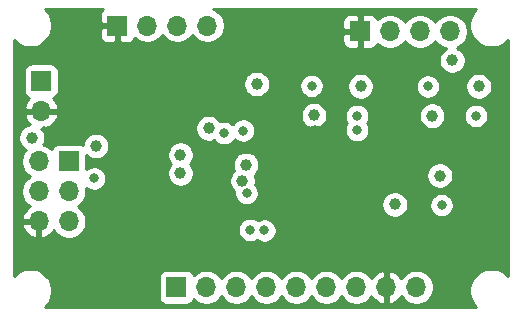
<source format=gbr>
G04 #@! TF.GenerationSoftware,KiCad,Pcbnew,(5.1.5)-3*
G04 #@! TF.CreationDate,2020-08-03T01:27:48-04:00*
G04 #@! TF.ProjectId,Arduino Clone,41726475-696e-46f2-9043-6c6f6e652e6b,rev?*
G04 #@! TF.SameCoordinates,Original*
G04 #@! TF.FileFunction,Copper,L2,Inr*
G04 #@! TF.FilePolarity,Positive*
%FSLAX46Y46*%
G04 Gerber Fmt 4.6, Leading zero omitted, Abs format (unit mm)*
G04 Created by KiCad (PCBNEW (5.1.5)-3) date 2020-08-03 01:27:48*
%MOMM*%
%LPD*%
G04 APERTURE LIST*
%ADD10O,1.700000X1.700000*%
%ADD11R,1.700000X1.700000*%
%ADD12C,1.000000*%
%ADD13C,0.800000*%
%ADD14C,0.254000*%
G04 APERTURE END LIST*
D10*
X174170000Y-104600000D03*
X171630000Y-104600000D03*
X169090000Y-104600000D03*
D11*
X166550000Y-104600000D03*
X139550000Y-108800000D03*
D10*
X139550000Y-111340000D03*
D11*
X141900000Y-115600000D03*
D10*
X139360000Y-115600000D03*
X141900000Y-118140000D03*
X139360000Y-118140000D03*
X141900000Y-120680000D03*
X139360000Y-120680000D03*
D11*
X146000000Y-104100000D03*
D10*
X148540000Y-104100000D03*
X151080000Y-104100000D03*
X153620000Y-104100000D03*
D11*
X151000000Y-126250000D03*
D10*
X153540000Y-126250000D03*
X156080000Y-126250000D03*
X158620000Y-126250000D03*
X161160000Y-126250000D03*
X163700000Y-126250000D03*
X166240000Y-126250000D03*
X168780000Y-126250000D03*
X171320000Y-126250000D03*
D12*
X169500000Y-119250000D03*
X173300000Y-116800000D03*
X176600000Y-109250000D03*
X172650000Y-111750000D03*
X166600000Y-109250000D03*
X162650000Y-111700000D03*
X162750000Y-113050000D03*
X156900000Y-115900000D03*
X151350000Y-115050000D03*
X157800000Y-109050000D03*
X156600000Y-117250000D03*
X151350000Y-116600000D03*
D13*
X156950000Y-118300000D03*
X166300000Y-112950000D03*
X166300000Y-111750000D03*
X176350000Y-111750000D03*
X155050000Y-113200000D03*
X156650000Y-113000000D03*
X162450000Y-109200000D03*
X172300000Y-109250000D03*
D12*
X144200000Y-114300000D03*
X138750000Y-113600000D03*
D13*
X158450000Y-121450000D03*
X157250000Y-121400000D03*
X144050000Y-117050000D03*
D12*
X174350000Y-107050000D03*
D13*
X173450000Y-119300000D03*
D12*
X153750000Y-112800000D03*
D14*
G36*
X144795506Y-102719463D02*
G01*
X144698815Y-102798815D01*
X144619463Y-102895506D01*
X144560498Y-103005820D01*
X144524188Y-103125518D01*
X144511928Y-103250000D01*
X144515000Y-103814250D01*
X144673750Y-103973000D01*
X145873000Y-103973000D01*
X145873000Y-103953000D01*
X146127000Y-103953000D01*
X146127000Y-103973000D01*
X146147000Y-103973000D01*
X146147000Y-104227000D01*
X146127000Y-104227000D01*
X146127000Y-105426250D01*
X146285750Y-105585000D01*
X146850000Y-105588072D01*
X146974482Y-105575812D01*
X147094180Y-105539502D01*
X147204494Y-105480537D01*
X147301185Y-105401185D01*
X147380537Y-105304494D01*
X147439502Y-105194180D01*
X147461513Y-105121620D01*
X147593368Y-105253475D01*
X147836589Y-105415990D01*
X148106842Y-105527932D01*
X148393740Y-105585000D01*
X148686260Y-105585000D01*
X148973158Y-105527932D01*
X149243411Y-105415990D01*
X149486632Y-105253475D01*
X149693475Y-105046632D01*
X149810000Y-104872240D01*
X149926525Y-105046632D01*
X150133368Y-105253475D01*
X150376589Y-105415990D01*
X150646842Y-105527932D01*
X150933740Y-105585000D01*
X151226260Y-105585000D01*
X151513158Y-105527932D01*
X151783411Y-105415990D01*
X152026632Y-105253475D01*
X152233475Y-105046632D01*
X152350000Y-104872240D01*
X152466525Y-105046632D01*
X152673368Y-105253475D01*
X152916589Y-105415990D01*
X153186842Y-105527932D01*
X153473740Y-105585000D01*
X153766260Y-105585000D01*
X154053158Y-105527932D01*
X154241303Y-105450000D01*
X165061928Y-105450000D01*
X165074188Y-105574482D01*
X165110498Y-105694180D01*
X165169463Y-105804494D01*
X165248815Y-105901185D01*
X165345506Y-105980537D01*
X165455820Y-106039502D01*
X165575518Y-106075812D01*
X165700000Y-106088072D01*
X166264250Y-106085000D01*
X166423000Y-105926250D01*
X166423000Y-104727000D01*
X165223750Y-104727000D01*
X165065000Y-104885750D01*
X165061928Y-105450000D01*
X154241303Y-105450000D01*
X154323411Y-105415990D01*
X154566632Y-105253475D01*
X154773475Y-105046632D01*
X154935990Y-104803411D01*
X155047932Y-104533158D01*
X155105000Y-104246260D01*
X155105000Y-103953740D01*
X155064474Y-103750000D01*
X165061928Y-103750000D01*
X165065000Y-104314250D01*
X165223750Y-104473000D01*
X166423000Y-104473000D01*
X166423000Y-103273750D01*
X166677000Y-103273750D01*
X166677000Y-104473000D01*
X166697000Y-104473000D01*
X166697000Y-104727000D01*
X166677000Y-104727000D01*
X166677000Y-105926250D01*
X166835750Y-106085000D01*
X167400000Y-106088072D01*
X167524482Y-106075812D01*
X167644180Y-106039502D01*
X167754494Y-105980537D01*
X167851185Y-105901185D01*
X167930537Y-105804494D01*
X167989502Y-105694180D01*
X168011513Y-105621620D01*
X168143368Y-105753475D01*
X168386589Y-105915990D01*
X168656842Y-106027932D01*
X168943740Y-106085000D01*
X169236260Y-106085000D01*
X169523158Y-106027932D01*
X169793411Y-105915990D01*
X170036632Y-105753475D01*
X170243475Y-105546632D01*
X170360000Y-105372240D01*
X170476525Y-105546632D01*
X170683368Y-105753475D01*
X170926589Y-105915990D01*
X171196842Y-106027932D01*
X171483740Y-106085000D01*
X171776260Y-106085000D01*
X172063158Y-106027932D01*
X172333411Y-105915990D01*
X172576632Y-105753475D01*
X172783475Y-105546632D01*
X172900000Y-105372240D01*
X173016525Y-105546632D01*
X173223368Y-105753475D01*
X173466589Y-105915990D01*
X173736842Y-106027932D01*
X173814365Y-106043352D01*
X173812376Y-106044176D01*
X173626480Y-106168388D01*
X173468388Y-106326480D01*
X173344176Y-106512376D01*
X173258617Y-106718933D01*
X173215000Y-106938212D01*
X173215000Y-107161788D01*
X173258617Y-107381067D01*
X173344176Y-107587624D01*
X173468388Y-107773520D01*
X173626480Y-107931612D01*
X173812376Y-108055824D01*
X174018933Y-108141383D01*
X174238212Y-108185000D01*
X174461788Y-108185000D01*
X174681067Y-108141383D01*
X174887624Y-108055824D01*
X175073520Y-107931612D01*
X175231612Y-107773520D01*
X175355824Y-107587624D01*
X175441383Y-107381067D01*
X175485000Y-107161788D01*
X175485000Y-106938212D01*
X175441383Y-106718933D01*
X175355824Y-106512376D01*
X175231612Y-106326480D01*
X175073520Y-106168388D01*
X174887624Y-106044176D01*
X174725783Y-105977139D01*
X174873411Y-105915990D01*
X175116632Y-105753475D01*
X175323475Y-105546632D01*
X175485990Y-105303411D01*
X175597932Y-105033158D01*
X175655000Y-104746260D01*
X175655000Y-104453740D01*
X175597932Y-104166842D01*
X175485990Y-103896589D01*
X175323475Y-103653368D01*
X175116632Y-103446525D01*
X174873411Y-103284010D01*
X174603158Y-103172068D01*
X174316260Y-103115000D01*
X174023740Y-103115000D01*
X173736842Y-103172068D01*
X173466589Y-103284010D01*
X173223368Y-103446525D01*
X173016525Y-103653368D01*
X172900000Y-103827760D01*
X172783475Y-103653368D01*
X172576632Y-103446525D01*
X172333411Y-103284010D01*
X172063158Y-103172068D01*
X171776260Y-103115000D01*
X171483740Y-103115000D01*
X171196842Y-103172068D01*
X170926589Y-103284010D01*
X170683368Y-103446525D01*
X170476525Y-103653368D01*
X170360000Y-103827760D01*
X170243475Y-103653368D01*
X170036632Y-103446525D01*
X169793411Y-103284010D01*
X169523158Y-103172068D01*
X169236260Y-103115000D01*
X168943740Y-103115000D01*
X168656842Y-103172068D01*
X168386589Y-103284010D01*
X168143368Y-103446525D01*
X168011513Y-103578380D01*
X167989502Y-103505820D01*
X167930537Y-103395506D01*
X167851185Y-103298815D01*
X167754494Y-103219463D01*
X167644180Y-103160498D01*
X167524482Y-103124188D01*
X167400000Y-103111928D01*
X166835750Y-103115000D01*
X166677000Y-103273750D01*
X166423000Y-103273750D01*
X166264250Y-103115000D01*
X165700000Y-103111928D01*
X165575518Y-103124188D01*
X165455820Y-103160498D01*
X165345506Y-103219463D01*
X165248815Y-103298815D01*
X165169463Y-103395506D01*
X165110498Y-103505820D01*
X165074188Y-103625518D01*
X165061928Y-103750000D01*
X155064474Y-103750000D01*
X155047932Y-103666842D01*
X154935990Y-103396589D01*
X154773475Y-103153368D01*
X154566632Y-102946525D01*
X154323411Y-102784010D01*
X154131456Y-102704500D01*
X176389933Y-102704500D01*
X176214716Y-102879717D01*
X176009256Y-103187210D01*
X175867732Y-103528878D01*
X175795584Y-103891591D01*
X175795584Y-104261409D01*
X175867732Y-104624122D01*
X176009256Y-104965790D01*
X176214716Y-105273283D01*
X176476217Y-105534784D01*
X176783710Y-105740244D01*
X177125378Y-105881768D01*
X177488091Y-105953916D01*
X177857909Y-105953916D01*
X178220622Y-105881768D01*
X178562290Y-105740244D01*
X178869783Y-105534784D01*
X179045001Y-105359566D01*
X179045000Y-125272433D01*
X178869783Y-125097216D01*
X178562290Y-124891756D01*
X178220622Y-124750232D01*
X177857909Y-124678084D01*
X177488091Y-124678084D01*
X177125378Y-124750232D01*
X176783710Y-124891756D01*
X176476217Y-125097216D01*
X176214716Y-125358717D01*
X176009256Y-125666210D01*
X175867732Y-126007878D01*
X175795584Y-126370591D01*
X175795584Y-126740409D01*
X175867732Y-127103122D01*
X176009256Y-127444790D01*
X176214716Y-127752283D01*
X176389933Y-127927500D01*
X139903567Y-127927500D01*
X140078784Y-127752283D01*
X140284244Y-127444790D01*
X140425768Y-127103122D01*
X140497916Y-126740409D01*
X140497916Y-126370591D01*
X140425768Y-126007878D01*
X140284244Y-125666210D01*
X140106369Y-125400000D01*
X149511928Y-125400000D01*
X149511928Y-127100000D01*
X149524188Y-127224482D01*
X149560498Y-127344180D01*
X149619463Y-127454494D01*
X149698815Y-127551185D01*
X149795506Y-127630537D01*
X149905820Y-127689502D01*
X150025518Y-127725812D01*
X150150000Y-127738072D01*
X151850000Y-127738072D01*
X151974482Y-127725812D01*
X152094180Y-127689502D01*
X152204494Y-127630537D01*
X152301185Y-127551185D01*
X152380537Y-127454494D01*
X152439502Y-127344180D01*
X152461513Y-127271620D01*
X152593368Y-127403475D01*
X152836589Y-127565990D01*
X153106842Y-127677932D01*
X153393740Y-127735000D01*
X153686260Y-127735000D01*
X153973158Y-127677932D01*
X154243411Y-127565990D01*
X154486632Y-127403475D01*
X154693475Y-127196632D01*
X154810000Y-127022240D01*
X154926525Y-127196632D01*
X155133368Y-127403475D01*
X155376589Y-127565990D01*
X155646842Y-127677932D01*
X155933740Y-127735000D01*
X156226260Y-127735000D01*
X156513158Y-127677932D01*
X156783411Y-127565990D01*
X157026632Y-127403475D01*
X157233475Y-127196632D01*
X157350000Y-127022240D01*
X157466525Y-127196632D01*
X157673368Y-127403475D01*
X157916589Y-127565990D01*
X158186842Y-127677932D01*
X158473740Y-127735000D01*
X158766260Y-127735000D01*
X159053158Y-127677932D01*
X159323411Y-127565990D01*
X159566632Y-127403475D01*
X159773475Y-127196632D01*
X159890000Y-127022240D01*
X160006525Y-127196632D01*
X160213368Y-127403475D01*
X160456589Y-127565990D01*
X160726842Y-127677932D01*
X161013740Y-127735000D01*
X161306260Y-127735000D01*
X161593158Y-127677932D01*
X161863411Y-127565990D01*
X162106632Y-127403475D01*
X162313475Y-127196632D01*
X162430000Y-127022240D01*
X162546525Y-127196632D01*
X162753368Y-127403475D01*
X162996589Y-127565990D01*
X163266842Y-127677932D01*
X163553740Y-127735000D01*
X163846260Y-127735000D01*
X164133158Y-127677932D01*
X164403411Y-127565990D01*
X164646632Y-127403475D01*
X164853475Y-127196632D01*
X164970000Y-127022240D01*
X165086525Y-127196632D01*
X165293368Y-127403475D01*
X165536589Y-127565990D01*
X165806842Y-127677932D01*
X166093740Y-127735000D01*
X166386260Y-127735000D01*
X166673158Y-127677932D01*
X166943411Y-127565990D01*
X167186632Y-127403475D01*
X167393475Y-127196632D01*
X167515195Y-127014466D01*
X167584822Y-127131355D01*
X167779731Y-127347588D01*
X168013080Y-127521641D01*
X168275901Y-127646825D01*
X168423110Y-127691476D01*
X168653000Y-127570155D01*
X168653000Y-126377000D01*
X168633000Y-126377000D01*
X168633000Y-126123000D01*
X168653000Y-126123000D01*
X168653000Y-124929845D01*
X168907000Y-124929845D01*
X168907000Y-126123000D01*
X168927000Y-126123000D01*
X168927000Y-126377000D01*
X168907000Y-126377000D01*
X168907000Y-127570155D01*
X169136890Y-127691476D01*
X169284099Y-127646825D01*
X169546920Y-127521641D01*
X169780269Y-127347588D01*
X169975178Y-127131355D01*
X170044805Y-127014466D01*
X170166525Y-127196632D01*
X170373368Y-127403475D01*
X170616589Y-127565990D01*
X170886842Y-127677932D01*
X171173740Y-127735000D01*
X171466260Y-127735000D01*
X171753158Y-127677932D01*
X172023411Y-127565990D01*
X172266632Y-127403475D01*
X172473475Y-127196632D01*
X172635990Y-126953411D01*
X172747932Y-126683158D01*
X172805000Y-126396260D01*
X172805000Y-126103740D01*
X172747932Y-125816842D01*
X172635990Y-125546589D01*
X172473475Y-125303368D01*
X172266632Y-125096525D01*
X172023411Y-124934010D01*
X171753158Y-124822068D01*
X171466260Y-124765000D01*
X171173740Y-124765000D01*
X170886842Y-124822068D01*
X170616589Y-124934010D01*
X170373368Y-125096525D01*
X170166525Y-125303368D01*
X170044805Y-125485534D01*
X169975178Y-125368645D01*
X169780269Y-125152412D01*
X169546920Y-124978359D01*
X169284099Y-124853175D01*
X169136890Y-124808524D01*
X168907000Y-124929845D01*
X168653000Y-124929845D01*
X168423110Y-124808524D01*
X168275901Y-124853175D01*
X168013080Y-124978359D01*
X167779731Y-125152412D01*
X167584822Y-125368645D01*
X167515195Y-125485534D01*
X167393475Y-125303368D01*
X167186632Y-125096525D01*
X166943411Y-124934010D01*
X166673158Y-124822068D01*
X166386260Y-124765000D01*
X166093740Y-124765000D01*
X165806842Y-124822068D01*
X165536589Y-124934010D01*
X165293368Y-125096525D01*
X165086525Y-125303368D01*
X164970000Y-125477760D01*
X164853475Y-125303368D01*
X164646632Y-125096525D01*
X164403411Y-124934010D01*
X164133158Y-124822068D01*
X163846260Y-124765000D01*
X163553740Y-124765000D01*
X163266842Y-124822068D01*
X162996589Y-124934010D01*
X162753368Y-125096525D01*
X162546525Y-125303368D01*
X162430000Y-125477760D01*
X162313475Y-125303368D01*
X162106632Y-125096525D01*
X161863411Y-124934010D01*
X161593158Y-124822068D01*
X161306260Y-124765000D01*
X161013740Y-124765000D01*
X160726842Y-124822068D01*
X160456589Y-124934010D01*
X160213368Y-125096525D01*
X160006525Y-125303368D01*
X159890000Y-125477760D01*
X159773475Y-125303368D01*
X159566632Y-125096525D01*
X159323411Y-124934010D01*
X159053158Y-124822068D01*
X158766260Y-124765000D01*
X158473740Y-124765000D01*
X158186842Y-124822068D01*
X157916589Y-124934010D01*
X157673368Y-125096525D01*
X157466525Y-125303368D01*
X157350000Y-125477760D01*
X157233475Y-125303368D01*
X157026632Y-125096525D01*
X156783411Y-124934010D01*
X156513158Y-124822068D01*
X156226260Y-124765000D01*
X155933740Y-124765000D01*
X155646842Y-124822068D01*
X155376589Y-124934010D01*
X155133368Y-125096525D01*
X154926525Y-125303368D01*
X154810000Y-125477760D01*
X154693475Y-125303368D01*
X154486632Y-125096525D01*
X154243411Y-124934010D01*
X153973158Y-124822068D01*
X153686260Y-124765000D01*
X153393740Y-124765000D01*
X153106842Y-124822068D01*
X152836589Y-124934010D01*
X152593368Y-125096525D01*
X152461513Y-125228380D01*
X152439502Y-125155820D01*
X152380537Y-125045506D01*
X152301185Y-124948815D01*
X152204494Y-124869463D01*
X152094180Y-124810498D01*
X151974482Y-124774188D01*
X151850000Y-124761928D01*
X150150000Y-124761928D01*
X150025518Y-124774188D01*
X149905820Y-124810498D01*
X149795506Y-124869463D01*
X149698815Y-124948815D01*
X149619463Y-125045506D01*
X149560498Y-125155820D01*
X149524188Y-125275518D01*
X149511928Y-125400000D01*
X140106369Y-125400000D01*
X140078784Y-125358717D01*
X139817283Y-125097216D01*
X139509790Y-124891756D01*
X139168122Y-124750232D01*
X138805409Y-124678084D01*
X138435591Y-124678084D01*
X138072878Y-124750232D01*
X137731210Y-124891756D01*
X137423717Y-125097216D01*
X137248500Y-125272433D01*
X137248500Y-121036890D01*
X137918524Y-121036890D01*
X137963175Y-121184099D01*
X138088359Y-121446920D01*
X138262412Y-121680269D01*
X138478645Y-121875178D01*
X138728748Y-122024157D01*
X139003109Y-122121481D01*
X139233000Y-122000814D01*
X139233000Y-120807000D01*
X138039845Y-120807000D01*
X137918524Y-121036890D01*
X137248500Y-121036890D01*
X137248500Y-113488212D01*
X137615000Y-113488212D01*
X137615000Y-113711788D01*
X137658617Y-113931067D01*
X137744176Y-114137624D01*
X137868388Y-114323520D01*
X138026480Y-114481612D01*
X138212376Y-114605824D01*
X138241857Y-114618036D01*
X138206525Y-114653368D01*
X138044010Y-114896589D01*
X137932068Y-115166842D01*
X137875000Y-115453740D01*
X137875000Y-115746260D01*
X137932068Y-116033158D01*
X138044010Y-116303411D01*
X138206525Y-116546632D01*
X138413368Y-116753475D01*
X138587760Y-116870000D01*
X138413368Y-116986525D01*
X138206525Y-117193368D01*
X138044010Y-117436589D01*
X137932068Y-117706842D01*
X137875000Y-117993740D01*
X137875000Y-118286260D01*
X137932068Y-118573158D01*
X138044010Y-118843411D01*
X138206525Y-119086632D01*
X138413368Y-119293475D01*
X138595534Y-119415195D01*
X138478645Y-119484822D01*
X138262412Y-119679731D01*
X138088359Y-119913080D01*
X137963175Y-120175901D01*
X137918524Y-120323110D01*
X138039845Y-120553000D01*
X139233000Y-120553000D01*
X139233000Y-120533000D01*
X139487000Y-120533000D01*
X139487000Y-120553000D01*
X139507000Y-120553000D01*
X139507000Y-120807000D01*
X139487000Y-120807000D01*
X139487000Y-122000814D01*
X139716891Y-122121481D01*
X139991252Y-122024157D01*
X140241355Y-121875178D01*
X140457588Y-121680269D01*
X140628900Y-121450594D01*
X140746525Y-121626632D01*
X140953368Y-121833475D01*
X141196589Y-121995990D01*
X141466842Y-122107932D01*
X141753740Y-122165000D01*
X142046260Y-122165000D01*
X142333158Y-122107932D01*
X142603411Y-121995990D01*
X142846632Y-121833475D01*
X143053475Y-121626632D01*
X143215990Y-121383411D01*
X143251342Y-121298061D01*
X156215000Y-121298061D01*
X156215000Y-121501939D01*
X156254774Y-121701898D01*
X156332795Y-121890256D01*
X156446063Y-122059774D01*
X156590226Y-122203937D01*
X156759744Y-122317205D01*
X156948102Y-122395226D01*
X157148061Y-122435000D01*
X157351939Y-122435000D01*
X157551898Y-122395226D01*
X157740256Y-122317205D01*
X157812585Y-122268877D01*
X157959744Y-122367205D01*
X158148102Y-122445226D01*
X158348061Y-122485000D01*
X158551939Y-122485000D01*
X158751898Y-122445226D01*
X158940256Y-122367205D01*
X159109774Y-122253937D01*
X159253937Y-122109774D01*
X159367205Y-121940256D01*
X159445226Y-121751898D01*
X159485000Y-121551939D01*
X159485000Y-121348061D01*
X159445226Y-121148102D01*
X159367205Y-120959744D01*
X159253937Y-120790226D01*
X159109774Y-120646063D01*
X158940256Y-120532795D01*
X158751898Y-120454774D01*
X158551939Y-120415000D01*
X158348061Y-120415000D01*
X158148102Y-120454774D01*
X157959744Y-120532795D01*
X157887415Y-120581123D01*
X157740256Y-120482795D01*
X157551898Y-120404774D01*
X157351939Y-120365000D01*
X157148061Y-120365000D01*
X156948102Y-120404774D01*
X156759744Y-120482795D01*
X156590226Y-120596063D01*
X156446063Y-120740226D01*
X156332795Y-120909744D01*
X156254774Y-121098102D01*
X156215000Y-121298061D01*
X143251342Y-121298061D01*
X143327932Y-121113158D01*
X143385000Y-120826260D01*
X143385000Y-120533740D01*
X143327932Y-120246842D01*
X143215990Y-119976589D01*
X143053475Y-119733368D01*
X142846632Y-119526525D01*
X142672240Y-119410000D01*
X142846632Y-119293475D01*
X143053475Y-119086632D01*
X143215990Y-118843411D01*
X143327932Y-118573158D01*
X143385000Y-118286260D01*
X143385000Y-117993740D01*
X143348989Y-117812700D01*
X143390226Y-117853937D01*
X143559744Y-117967205D01*
X143748102Y-118045226D01*
X143948061Y-118085000D01*
X144151939Y-118085000D01*
X144351898Y-118045226D01*
X144540256Y-117967205D01*
X144709774Y-117853937D01*
X144853937Y-117709774D01*
X144967205Y-117540256D01*
X145045226Y-117351898D01*
X145085000Y-117151939D01*
X145085000Y-116948061D01*
X145045226Y-116748102D01*
X144967205Y-116559744D01*
X144853937Y-116390226D01*
X144709774Y-116246063D01*
X144540256Y-116132795D01*
X144351898Y-116054774D01*
X144151939Y-116015000D01*
X143948061Y-116015000D01*
X143748102Y-116054774D01*
X143559744Y-116132795D01*
X143390226Y-116246063D01*
X143388072Y-116248217D01*
X143388072Y-115093204D01*
X143476480Y-115181612D01*
X143662376Y-115305824D01*
X143868933Y-115391383D01*
X144088212Y-115435000D01*
X144311788Y-115435000D01*
X144531067Y-115391383D01*
X144737624Y-115305824D01*
X144923520Y-115181612D01*
X145081612Y-115023520D01*
X145138613Y-114938212D01*
X150215000Y-114938212D01*
X150215000Y-115161788D01*
X150258617Y-115381067D01*
X150344176Y-115587624D01*
X150468388Y-115773520D01*
X150519868Y-115825000D01*
X150468388Y-115876480D01*
X150344176Y-116062376D01*
X150258617Y-116268933D01*
X150215000Y-116488212D01*
X150215000Y-116711788D01*
X150258617Y-116931067D01*
X150344176Y-117137624D01*
X150468388Y-117323520D01*
X150626480Y-117481612D01*
X150812376Y-117605824D01*
X151018933Y-117691383D01*
X151238212Y-117735000D01*
X151461788Y-117735000D01*
X151681067Y-117691383D01*
X151887624Y-117605824D01*
X152073520Y-117481612D01*
X152231612Y-117323520D01*
X152355431Y-117138212D01*
X155465000Y-117138212D01*
X155465000Y-117361788D01*
X155508617Y-117581067D01*
X155594176Y-117787624D01*
X155718388Y-117973520D01*
X155876480Y-118131612D01*
X155922148Y-118162126D01*
X155915000Y-118198061D01*
X155915000Y-118401939D01*
X155954774Y-118601898D01*
X156032795Y-118790256D01*
X156146063Y-118959774D01*
X156290226Y-119103937D01*
X156459744Y-119217205D01*
X156648102Y-119295226D01*
X156848061Y-119335000D01*
X157051939Y-119335000D01*
X157251898Y-119295226D01*
X157440256Y-119217205D01*
X157558477Y-119138212D01*
X168365000Y-119138212D01*
X168365000Y-119361788D01*
X168408617Y-119581067D01*
X168494176Y-119787624D01*
X168618388Y-119973520D01*
X168776480Y-120131612D01*
X168962376Y-120255824D01*
X169168933Y-120341383D01*
X169388212Y-120385000D01*
X169611788Y-120385000D01*
X169831067Y-120341383D01*
X170037624Y-120255824D01*
X170223520Y-120131612D01*
X170381612Y-119973520D01*
X170505824Y-119787624D01*
X170591383Y-119581067D01*
X170635000Y-119361788D01*
X170635000Y-119198061D01*
X172415000Y-119198061D01*
X172415000Y-119401939D01*
X172454774Y-119601898D01*
X172532795Y-119790256D01*
X172646063Y-119959774D01*
X172790226Y-120103937D01*
X172959744Y-120217205D01*
X173148102Y-120295226D01*
X173348061Y-120335000D01*
X173551939Y-120335000D01*
X173751898Y-120295226D01*
X173940256Y-120217205D01*
X174109774Y-120103937D01*
X174253937Y-119959774D01*
X174367205Y-119790256D01*
X174445226Y-119601898D01*
X174485000Y-119401939D01*
X174485000Y-119198061D01*
X174445226Y-118998102D01*
X174367205Y-118809744D01*
X174253937Y-118640226D01*
X174109774Y-118496063D01*
X173940256Y-118382795D01*
X173751898Y-118304774D01*
X173551939Y-118265000D01*
X173348061Y-118265000D01*
X173148102Y-118304774D01*
X172959744Y-118382795D01*
X172790226Y-118496063D01*
X172646063Y-118640226D01*
X172532795Y-118809744D01*
X172454774Y-118998102D01*
X172415000Y-119198061D01*
X170635000Y-119198061D01*
X170635000Y-119138212D01*
X170591383Y-118918933D01*
X170505824Y-118712376D01*
X170381612Y-118526480D01*
X170223520Y-118368388D01*
X170037624Y-118244176D01*
X169831067Y-118158617D01*
X169611788Y-118115000D01*
X169388212Y-118115000D01*
X169168933Y-118158617D01*
X168962376Y-118244176D01*
X168776480Y-118368388D01*
X168618388Y-118526480D01*
X168494176Y-118712376D01*
X168408617Y-118918933D01*
X168365000Y-119138212D01*
X157558477Y-119138212D01*
X157609774Y-119103937D01*
X157753937Y-118959774D01*
X157867205Y-118790256D01*
X157945226Y-118601898D01*
X157985000Y-118401939D01*
X157985000Y-118198061D01*
X157945226Y-117998102D01*
X157867205Y-117809744D01*
X157753937Y-117640226D01*
X157691946Y-117578235D01*
X157735000Y-117361788D01*
X157735000Y-117138212D01*
X157691383Y-116918933D01*
X157631286Y-116773846D01*
X157716920Y-116688212D01*
X172165000Y-116688212D01*
X172165000Y-116911788D01*
X172208617Y-117131067D01*
X172294176Y-117337624D01*
X172418388Y-117523520D01*
X172576480Y-117681612D01*
X172762376Y-117805824D01*
X172968933Y-117891383D01*
X173188212Y-117935000D01*
X173411788Y-117935000D01*
X173631067Y-117891383D01*
X173837624Y-117805824D01*
X174023520Y-117681612D01*
X174181612Y-117523520D01*
X174305824Y-117337624D01*
X174391383Y-117131067D01*
X174435000Y-116911788D01*
X174435000Y-116688212D01*
X174391383Y-116468933D01*
X174305824Y-116262376D01*
X174181612Y-116076480D01*
X174023520Y-115918388D01*
X173837624Y-115794176D01*
X173631067Y-115708617D01*
X173411788Y-115665000D01*
X173188212Y-115665000D01*
X172968933Y-115708617D01*
X172762376Y-115794176D01*
X172576480Y-115918388D01*
X172418388Y-116076480D01*
X172294176Y-116262376D01*
X172208617Y-116468933D01*
X172165000Y-116688212D01*
X157716920Y-116688212D01*
X157781612Y-116623520D01*
X157905824Y-116437624D01*
X157991383Y-116231067D01*
X158035000Y-116011788D01*
X158035000Y-115788212D01*
X157991383Y-115568933D01*
X157905824Y-115362376D01*
X157781612Y-115176480D01*
X157623520Y-115018388D01*
X157437624Y-114894176D01*
X157231067Y-114808617D01*
X157011788Y-114765000D01*
X156788212Y-114765000D01*
X156568933Y-114808617D01*
X156362376Y-114894176D01*
X156176480Y-115018388D01*
X156018388Y-115176480D01*
X155894176Y-115362376D01*
X155808617Y-115568933D01*
X155765000Y-115788212D01*
X155765000Y-116011788D01*
X155808617Y-116231067D01*
X155868714Y-116376154D01*
X155718388Y-116526480D01*
X155594176Y-116712376D01*
X155508617Y-116918933D01*
X155465000Y-117138212D01*
X152355431Y-117138212D01*
X152355824Y-117137624D01*
X152441383Y-116931067D01*
X152485000Y-116711788D01*
X152485000Y-116488212D01*
X152441383Y-116268933D01*
X152355824Y-116062376D01*
X152231612Y-115876480D01*
X152180132Y-115825000D01*
X152231612Y-115773520D01*
X152355824Y-115587624D01*
X152441383Y-115381067D01*
X152485000Y-115161788D01*
X152485000Y-114938212D01*
X152441383Y-114718933D01*
X152355824Y-114512376D01*
X152231612Y-114326480D01*
X152073520Y-114168388D01*
X151887624Y-114044176D01*
X151681067Y-113958617D01*
X151461788Y-113915000D01*
X151238212Y-113915000D01*
X151018933Y-113958617D01*
X150812376Y-114044176D01*
X150626480Y-114168388D01*
X150468388Y-114326480D01*
X150344176Y-114512376D01*
X150258617Y-114718933D01*
X150215000Y-114938212D01*
X145138613Y-114938212D01*
X145205824Y-114837624D01*
X145291383Y-114631067D01*
X145335000Y-114411788D01*
X145335000Y-114188212D01*
X145291383Y-113968933D01*
X145205824Y-113762376D01*
X145081612Y-113576480D01*
X144923520Y-113418388D01*
X144737624Y-113294176D01*
X144531067Y-113208617D01*
X144311788Y-113165000D01*
X144088212Y-113165000D01*
X143868933Y-113208617D01*
X143662376Y-113294176D01*
X143476480Y-113418388D01*
X143318388Y-113576480D01*
X143194176Y-113762376D01*
X143108617Y-113968933D01*
X143065000Y-114188212D01*
X143065000Y-114198353D01*
X142994180Y-114160498D01*
X142874482Y-114124188D01*
X142750000Y-114111928D01*
X141050000Y-114111928D01*
X140925518Y-114124188D01*
X140805820Y-114160498D01*
X140695506Y-114219463D01*
X140598815Y-114298815D01*
X140519463Y-114395506D01*
X140460498Y-114505820D01*
X140438487Y-114578380D01*
X140306632Y-114446525D01*
X140063411Y-114284010D01*
X139793158Y-114172068D01*
X139739889Y-114161472D01*
X139755824Y-114137624D01*
X139841383Y-113931067D01*
X139885000Y-113711788D01*
X139885000Y-113488212D01*
X139841383Y-113268933D01*
X139755824Y-113062376D01*
X139631612Y-112876480D01*
X139580132Y-112825000D01*
X139677002Y-112825000D01*
X139677002Y-112660815D01*
X139906891Y-112781481D01*
X140169820Y-112688212D01*
X152615000Y-112688212D01*
X152615000Y-112911788D01*
X152658617Y-113131067D01*
X152744176Y-113337624D01*
X152868388Y-113523520D01*
X153026480Y-113681612D01*
X153212376Y-113805824D01*
X153418933Y-113891383D01*
X153638212Y-113935000D01*
X153861788Y-113935000D01*
X154081067Y-113891383D01*
X154226838Y-113831002D01*
X154246063Y-113859774D01*
X154390226Y-114003937D01*
X154559744Y-114117205D01*
X154748102Y-114195226D01*
X154948061Y-114235000D01*
X155151939Y-114235000D01*
X155351898Y-114195226D01*
X155540256Y-114117205D01*
X155709774Y-114003937D01*
X155853937Y-113859774D01*
X155930892Y-113744603D01*
X155990226Y-113803937D01*
X156159744Y-113917205D01*
X156348102Y-113995226D01*
X156548061Y-114035000D01*
X156751939Y-114035000D01*
X156951898Y-113995226D01*
X157140256Y-113917205D01*
X157309774Y-113803937D01*
X157453937Y-113659774D01*
X157567205Y-113490256D01*
X157645226Y-113301898D01*
X157685000Y-113101939D01*
X157685000Y-112898061D01*
X157645226Y-112698102D01*
X157567205Y-112509744D01*
X157453937Y-112340226D01*
X157309774Y-112196063D01*
X157140256Y-112082795D01*
X156951898Y-112004774D01*
X156751939Y-111965000D01*
X156548061Y-111965000D01*
X156348102Y-112004774D01*
X156159744Y-112082795D01*
X155990226Y-112196063D01*
X155846063Y-112340226D01*
X155769108Y-112455397D01*
X155709774Y-112396063D01*
X155540256Y-112282795D01*
X155351898Y-112204774D01*
X155151939Y-112165000D01*
X154948061Y-112165000D01*
X154748102Y-112204774D01*
X154724005Y-112214755D01*
X154631612Y-112076480D01*
X154473520Y-111918388D01*
X154287624Y-111794176D01*
X154081067Y-111708617D01*
X153861788Y-111665000D01*
X153638212Y-111665000D01*
X153418933Y-111708617D01*
X153212376Y-111794176D01*
X153026480Y-111918388D01*
X152868388Y-112076480D01*
X152744176Y-112262376D01*
X152658617Y-112468933D01*
X152615000Y-112688212D01*
X140169820Y-112688212D01*
X140181252Y-112684157D01*
X140431355Y-112535178D01*
X140647588Y-112340269D01*
X140821641Y-112106920D01*
X140946825Y-111844099D01*
X140991476Y-111696890D01*
X140934123Y-111588212D01*
X161515000Y-111588212D01*
X161515000Y-111811788D01*
X161558617Y-112031067D01*
X161644176Y-112237624D01*
X161768388Y-112423520D01*
X161926480Y-112581612D01*
X162112376Y-112705824D01*
X162318933Y-112791383D01*
X162538212Y-112835000D01*
X162761788Y-112835000D01*
X162981067Y-112791383D01*
X163187624Y-112705824D01*
X163373520Y-112581612D01*
X163531612Y-112423520D01*
X163655824Y-112237624D01*
X163741383Y-112031067D01*
X163785000Y-111811788D01*
X163785000Y-111648061D01*
X165265000Y-111648061D01*
X165265000Y-111851939D01*
X165304774Y-112051898D01*
X165382795Y-112240256D01*
X165456123Y-112350000D01*
X165382795Y-112459744D01*
X165304774Y-112648102D01*
X165265000Y-112848061D01*
X165265000Y-113051939D01*
X165304774Y-113251898D01*
X165382795Y-113440256D01*
X165496063Y-113609774D01*
X165640226Y-113753937D01*
X165809744Y-113867205D01*
X165998102Y-113945226D01*
X166198061Y-113985000D01*
X166401939Y-113985000D01*
X166601898Y-113945226D01*
X166790256Y-113867205D01*
X166959774Y-113753937D01*
X167103937Y-113609774D01*
X167217205Y-113440256D01*
X167295226Y-113251898D01*
X167335000Y-113051939D01*
X167335000Y-112848061D01*
X167295226Y-112648102D01*
X167217205Y-112459744D01*
X167143877Y-112350000D01*
X167217205Y-112240256D01*
X167295226Y-112051898D01*
X167335000Y-111851939D01*
X167335000Y-111648061D01*
X167333041Y-111638212D01*
X171515000Y-111638212D01*
X171515000Y-111861788D01*
X171558617Y-112081067D01*
X171644176Y-112287624D01*
X171768388Y-112473520D01*
X171926480Y-112631612D01*
X172112376Y-112755824D01*
X172318933Y-112841383D01*
X172538212Y-112885000D01*
X172761788Y-112885000D01*
X172981067Y-112841383D01*
X173187624Y-112755824D01*
X173373520Y-112631612D01*
X173531612Y-112473520D01*
X173655824Y-112287624D01*
X173741383Y-112081067D01*
X173785000Y-111861788D01*
X173785000Y-111648061D01*
X175315000Y-111648061D01*
X175315000Y-111851939D01*
X175354774Y-112051898D01*
X175432795Y-112240256D01*
X175546063Y-112409774D01*
X175690226Y-112553937D01*
X175859744Y-112667205D01*
X176048102Y-112745226D01*
X176248061Y-112785000D01*
X176451939Y-112785000D01*
X176651898Y-112745226D01*
X176840256Y-112667205D01*
X177009774Y-112553937D01*
X177153937Y-112409774D01*
X177267205Y-112240256D01*
X177345226Y-112051898D01*
X177385000Y-111851939D01*
X177385000Y-111648061D01*
X177345226Y-111448102D01*
X177267205Y-111259744D01*
X177153937Y-111090226D01*
X177009774Y-110946063D01*
X176840256Y-110832795D01*
X176651898Y-110754774D01*
X176451939Y-110715000D01*
X176248061Y-110715000D01*
X176048102Y-110754774D01*
X175859744Y-110832795D01*
X175690226Y-110946063D01*
X175546063Y-111090226D01*
X175432795Y-111259744D01*
X175354774Y-111448102D01*
X175315000Y-111648061D01*
X173785000Y-111648061D01*
X173785000Y-111638212D01*
X173741383Y-111418933D01*
X173655824Y-111212376D01*
X173531612Y-111026480D01*
X173373520Y-110868388D01*
X173187624Y-110744176D01*
X172981067Y-110658617D01*
X172761788Y-110615000D01*
X172538212Y-110615000D01*
X172318933Y-110658617D01*
X172112376Y-110744176D01*
X171926480Y-110868388D01*
X171768388Y-111026480D01*
X171644176Y-111212376D01*
X171558617Y-111418933D01*
X171515000Y-111638212D01*
X167333041Y-111638212D01*
X167295226Y-111448102D01*
X167217205Y-111259744D01*
X167103937Y-111090226D01*
X166959774Y-110946063D01*
X166790256Y-110832795D01*
X166601898Y-110754774D01*
X166401939Y-110715000D01*
X166198061Y-110715000D01*
X165998102Y-110754774D01*
X165809744Y-110832795D01*
X165640226Y-110946063D01*
X165496063Y-111090226D01*
X165382795Y-111259744D01*
X165304774Y-111448102D01*
X165265000Y-111648061D01*
X163785000Y-111648061D01*
X163785000Y-111588212D01*
X163741383Y-111368933D01*
X163655824Y-111162376D01*
X163531612Y-110976480D01*
X163373520Y-110818388D01*
X163187624Y-110694176D01*
X162981067Y-110608617D01*
X162761788Y-110565000D01*
X162538212Y-110565000D01*
X162318933Y-110608617D01*
X162112376Y-110694176D01*
X161926480Y-110818388D01*
X161768388Y-110976480D01*
X161644176Y-111162376D01*
X161558617Y-111368933D01*
X161515000Y-111588212D01*
X140934123Y-111588212D01*
X140870155Y-111467000D01*
X139677000Y-111467000D01*
X139677000Y-111487000D01*
X139423000Y-111487000D01*
X139423000Y-111467000D01*
X138229845Y-111467000D01*
X138108524Y-111696890D01*
X138153175Y-111844099D01*
X138278359Y-112106920D01*
X138452412Y-112340269D01*
X138599362Y-112472728D01*
X138418933Y-112508617D01*
X138212376Y-112594176D01*
X138026480Y-112718388D01*
X137868388Y-112876480D01*
X137744176Y-113062376D01*
X137658617Y-113268933D01*
X137615000Y-113488212D01*
X137248500Y-113488212D01*
X137248500Y-107950000D01*
X138061928Y-107950000D01*
X138061928Y-109650000D01*
X138074188Y-109774482D01*
X138110498Y-109894180D01*
X138169463Y-110004494D01*
X138248815Y-110101185D01*
X138345506Y-110180537D01*
X138455820Y-110239502D01*
X138536466Y-110263966D01*
X138452412Y-110339731D01*
X138278359Y-110573080D01*
X138153175Y-110835901D01*
X138108524Y-110983110D01*
X138229845Y-111213000D01*
X139423000Y-111213000D01*
X139423000Y-111193000D01*
X139677000Y-111193000D01*
X139677000Y-111213000D01*
X140870155Y-111213000D01*
X140991476Y-110983110D01*
X140946825Y-110835901D01*
X140821641Y-110573080D01*
X140647588Y-110339731D01*
X140563534Y-110263966D01*
X140644180Y-110239502D01*
X140754494Y-110180537D01*
X140851185Y-110101185D01*
X140930537Y-110004494D01*
X140989502Y-109894180D01*
X141025812Y-109774482D01*
X141038072Y-109650000D01*
X141038072Y-108938212D01*
X156665000Y-108938212D01*
X156665000Y-109161788D01*
X156708617Y-109381067D01*
X156794176Y-109587624D01*
X156918388Y-109773520D01*
X157076480Y-109931612D01*
X157262376Y-110055824D01*
X157468933Y-110141383D01*
X157688212Y-110185000D01*
X157911788Y-110185000D01*
X158131067Y-110141383D01*
X158337624Y-110055824D01*
X158523520Y-109931612D01*
X158681612Y-109773520D01*
X158805824Y-109587624D01*
X158891383Y-109381067D01*
X158935000Y-109161788D01*
X158935000Y-109098061D01*
X161415000Y-109098061D01*
X161415000Y-109301939D01*
X161454774Y-109501898D01*
X161532795Y-109690256D01*
X161646063Y-109859774D01*
X161790226Y-110003937D01*
X161959744Y-110117205D01*
X162148102Y-110195226D01*
X162348061Y-110235000D01*
X162551939Y-110235000D01*
X162751898Y-110195226D01*
X162940256Y-110117205D01*
X163109774Y-110003937D01*
X163253937Y-109859774D01*
X163367205Y-109690256D01*
X163445226Y-109501898D01*
X163485000Y-109301939D01*
X163485000Y-109138212D01*
X165465000Y-109138212D01*
X165465000Y-109361788D01*
X165508617Y-109581067D01*
X165594176Y-109787624D01*
X165718388Y-109973520D01*
X165876480Y-110131612D01*
X166062376Y-110255824D01*
X166268933Y-110341383D01*
X166488212Y-110385000D01*
X166711788Y-110385000D01*
X166931067Y-110341383D01*
X167137624Y-110255824D01*
X167323520Y-110131612D01*
X167481612Y-109973520D01*
X167605824Y-109787624D01*
X167691383Y-109581067D01*
X167735000Y-109361788D01*
X167735000Y-109148061D01*
X171265000Y-109148061D01*
X171265000Y-109351939D01*
X171304774Y-109551898D01*
X171382795Y-109740256D01*
X171496063Y-109909774D01*
X171640226Y-110053937D01*
X171809744Y-110167205D01*
X171998102Y-110245226D01*
X172198061Y-110285000D01*
X172401939Y-110285000D01*
X172601898Y-110245226D01*
X172790256Y-110167205D01*
X172959774Y-110053937D01*
X173103937Y-109909774D01*
X173217205Y-109740256D01*
X173295226Y-109551898D01*
X173335000Y-109351939D01*
X173335000Y-109148061D01*
X173333041Y-109138212D01*
X175465000Y-109138212D01*
X175465000Y-109361788D01*
X175508617Y-109581067D01*
X175594176Y-109787624D01*
X175718388Y-109973520D01*
X175876480Y-110131612D01*
X176062376Y-110255824D01*
X176268933Y-110341383D01*
X176488212Y-110385000D01*
X176711788Y-110385000D01*
X176931067Y-110341383D01*
X177137624Y-110255824D01*
X177323520Y-110131612D01*
X177481612Y-109973520D01*
X177605824Y-109787624D01*
X177691383Y-109581067D01*
X177735000Y-109361788D01*
X177735000Y-109138212D01*
X177691383Y-108918933D01*
X177605824Y-108712376D01*
X177481612Y-108526480D01*
X177323520Y-108368388D01*
X177137624Y-108244176D01*
X176931067Y-108158617D01*
X176711788Y-108115000D01*
X176488212Y-108115000D01*
X176268933Y-108158617D01*
X176062376Y-108244176D01*
X175876480Y-108368388D01*
X175718388Y-108526480D01*
X175594176Y-108712376D01*
X175508617Y-108918933D01*
X175465000Y-109138212D01*
X173333041Y-109138212D01*
X173295226Y-108948102D01*
X173217205Y-108759744D01*
X173103937Y-108590226D01*
X172959774Y-108446063D01*
X172790256Y-108332795D01*
X172601898Y-108254774D01*
X172401939Y-108215000D01*
X172198061Y-108215000D01*
X171998102Y-108254774D01*
X171809744Y-108332795D01*
X171640226Y-108446063D01*
X171496063Y-108590226D01*
X171382795Y-108759744D01*
X171304774Y-108948102D01*
X171265000Y-109148061D01*
X167735000Y-109148061D01*
X167735000Y-109138212D01*
X167691383Y-108918933D01*
X167605824Y-108712376D01*
X167481612Y-108526480D01*
X167323520Y-108368388D01*
X167137624Y-108244176D01*
X166931067Y-108158617D01*
X166711788Y-108115000D01*
X166488212Y-108115000D01*
X166268933Y-108158617D01*
X166062376Y-108244176D01*
X165876480Y-108368388D01*
X165718388Y-108526480D01*
X165594176Y-108712376D01*
X165508617Y-108918933D01*
X165465000Y-109138212D01*
X163485000Y-109138212D01*
X163485000Y-109098061D01*
X163445226Y-108898102D01*
X163367205Y-108709744D01*
X163253937Y-108540226D01*
X163109774Y-108396063D01*
X162940256Y-108282795D01*
X162751898Y-108204774D01*
X162551939Y-108165000D01*
X162348061Y-108165000D01*
X162148102Y-108204774D01*
X161959744Y-108282795D01*
X161790226Y-108396063D01*
X161646063Y-108540226D01*
X161532795Y-108709744D01*
X161454774Y-108898102D01*
X161415000Y-109098061D01*
X158935000Y-109098061D01*
X158935000Y-108938212D01*
X158891383Y-108718933D01*
X158805824Y-108512376D01*
X158681612Y-108326480D01*
X158523520Y-108168388D01*
X158337624Y-108044176D01*
X158131067Y-107958617D01*
X157911788Y-107915000D01*
X157688212Y-107915000D01*
X157468933Y-107958617D01*
X157262376Y-108044176D01*
X157076480Y-108168388D01*
X156918388Y-108326480D01*
X156794176Y-108512376D01*
X156708617Y-108718933D01*
X156665000Y-108938212D01*
X141038072Y-108938212D01*
X141038072Y-107950000D01*
X141025812Y-107825518D01*
X140989502Y-107705820D01*
X140930537Y-107595506D01*
X140851185Y-107498815D01*
X140754494Y-107419463D01*
X140644180Y-107360498D01*
X140524482Y-107324188D01*
X140400000Y-107311928D01*
X138700000Y-107311928D01*
X138575518Y-107324188D01*
X138455820Y-107360498D01*
X138345506Y-107419463D01*
X138248815Y-107498815D01*
X138169463Y-107595506D01*
X138110498Y-107705820D01*
X138074188Y-107825518D01*
X138061928Y-107950000D01*
X137248500Y-107950000D01*
X137248500Y-105359567D01*
X137423717Y-105534784D01*
X137731210Y-105740244D01*
X138072878Y-105881768D01*
X138435591Y-105953916D01*
X138805409Y-105953916D01*
X139168122Y-105881768D01*
X139509790Y-105740244D01*
X139817283Y-105534784D01*
X140078784Y-105273283D01*
X140284244Y-104965790D01*
X140290784Y-104950000D01*
X144511928Y-104950000D01*
X144524188Y-105074482D01*
X144560498Y-105194180D01*
X144619463Y-105304494D01*
X144698815Y-105401185D01*
X144795506Y-105480537D01*
X144905820Y-105539502D01*
X145025518Y-105575812D01*
X145150000Y-105588072D01*
X145714250Y-105585000D01*
X145873000Y-105426250D01*
X145873000Y-104227000D01*
X144673750Y-104227000D01*
X144515000Y-104385750D01*
X144511928Y-104950000D01*
X140290784Y-104950000D01*
X140425768Y-104624122D01*
X140497916Y-104261409D01*
X140497916Y-103891591D01*
X140425768Y-103528878D01*
X140284244Y-103187210D01*
X140078784Y-102879717D01*
X139903567Y-102704500D01*
X144823499Y-102704500D01*
X144795506Y-102719463D01*
G37*
X144795506Y-102719463D02*
X144698815Y-102798815D01*
X144619463Y-102895506D01*
X144560498Y-103005820D01*
X144524188Y-103125518D01*
X144511928Y-103250000D01*
X144515000Y-103814250D01*
X144673750Y-103973000D01*
X145873000Y-103973000D01*
X145873000Y-103953000D01*
X146127000Y-103953000D01*
X146127000Y-103973000D01*
X146147000Y-103973000D01*
X146147000Y-104227000D01*
X146127000Y-104227000D01*
X146127000Y-105426250D01*
X146285750Y-105585000D01*
X146850000Y-105588072D01*
X146974482Y-105575812D01*
X147094180Y-105539502D01*
X147204494Y-105480537D01*
X147301185Y-105401185D01*
X147380537Y-105304494D01*
X147439502Y-105194180D01*
X147461513Y-105121620D01*
X147593368Y-105253475D01*
X147836589Y-105415990D01*
X148106842Y-105527932D01*
X148393740Y-105585000D01*
X148686260Y-105585000D01*
X148973158Y-105527932D01*
X149243411Y-105415990D01*
X149486632Y-105253475D01*
X149693475Y-105046632D01*
X149810000Y-104872240D01*
X149926525Y-105046632D01*
X150133368Y-105253475D01*
X150376589Y-105415990D01*
X150646842Y-105527932D01*
X150933740Y-105585000D01*
X151226260Y-105585000D01*
X151513158Y-105527932D01*
X151783411Y-105415990D01*
X152026632Y-105253475D01*
X152233475Y-105046632D01*
X152350000Y-104872240D01*
X152466525Y-105046632D01*
X152673368Y-105253475D01*
X152916589Y-105415990D01*
X153186842Y-105527932D01*
X153473740Y-105585000D01*
X153766260Y-105585000D01*
X154053158Y-105527932D01*
X154241303Y-105450000D01*
X165061928Y-105450000D01*
X165074188Y-105574482D01*
X165110498Y-105694180D01*
X165169463Y-105804494D01*
X165248815Y-105901185D01*
X165345506Y-105980537D01*
X165455820Y-106039502D01*
X165575518Y-106075812D01*
X165700000Y-106088072D01*
X166264250Y-106085000D01*
X166423000Y-105926250D01*
X166423000Y-104727000D01*
X165223750Y-104727000D01*
X165065000Y-104885750D01*
X165061928Y-105450000D01*
X154241303Y-105450000D01*
X154323411Y-105415990D01*
X154566632Y-105253475D01*
X154773475Y-105046632D01*
X154935990Y-104803411D01*
X155047932Y-104533158D01*
X155105000Y-104246260D01*
X155105000Y-103953740D01*
X155064474Y-103750000D01*
X165061928Y-103750000D01*
X165065000Y-104314250D01*
X165223750Y-104473000D01*
X166423000Y-104473000D01*
X166423000Y-103273750D01*
X166677000Y-103273750D01*
X166677000Y-104473000D01*
X166697000Y-104473000D01*
X166697000Y-104727000D01*
X166677000Y-104727000D01*
X166677000Y-105926250D01*
X166835750Y-106085000D01*
X167400000Y-106088072D01*
X167524482Y-106075812D01*
X167644180Y-106039502D01*
X167754494Y-105980537D01*
X167851185Y-105901185D01*
X167930537Y-105804494D01*
X167989502Y-105694180D01*
X168011513Y-105621620D01*
X168143368Y-105753475D01*
X168386589Y-105915990D01*
X168656842Y-106027932D01*
X168943740Y-106085000D01*
X169236260Y-106085000D01*
X169523158Y-106027932D01*
X169793411Y-105915990D01*
X170036632Y-105753475D01*
X170243475Y-105546632D01*
X170360000Y-105372240D01*
X170476525Y-105546632D01*
X170683368Y-105753475D01*
X170926589Y-105915990D01*
X171196842Y-106027932D01*
X171483740Y-106085000D01*
X171776260Y-106085000D01*
X172063158Y-106027932D01*
X172333411Y-105915990D01*
X172576632Y-105753475D01*
X172783475Y-105546632D01*
X172900000Y-105372240D01*
X173016525Y-105546632D01*
X173223368Y-105753475D01*
X173466589Y-105915990D01*
X173736842Y-106027932D01*
X173814365Y-106043352D01*
X173812376Y-106044176D01*
X173626480Y-106168388D01*
X173468388Y-106326480D01*
X173344176Y-106512376D01*
X173258617Y-106718933D01*
X173215000Y-106938212D01*
X173215000Y-107161788D01*
X173258617Y-107381067D01*
X173344176Y-107587624D01*
X173468388Y-107773520D01*
X173626480Y-107931612D01*
X173812376Y-108055824D01*
X174018933Y-108141383D01*
X174238212Y-108185000D01*
X174461788Y-108185000D01*
X174681067Y-108141383D01*
X174887624Y-108055824D01*
X175073520Y-107931612D01*
X175231612Y-107773520D01*
X175355824Y-107587624D01*
X175441383Y-107381067D01*
X175485000Y-107161788D01*
X175485000Y-106938212D01*
X175441383Y-106718933D01*
X175355824Y-106512376D01*
X175231612Y-106326480D01*
X175073520Y-106168388D01*
X174887624Y-106044176D01*
X174725783Y-105977139D01*
X174873411Y-105915990D01*
X175116632Y-105753475D01*
X175323475Y-105546632D01*
X175485990Y-105303411D01*
X175597932Y-105033158D01*
X175655000Y-104746260D01*
X175655000Y-104453740D01*
X175597932Y-104166842D01*
X175485990Y-103896589D01*
X175323475Y-103653368D01*
X175116632Y-103446525D01*
X174873411Y-103284010D01*
X174603158Y-103172068D01*
X174316260Y-103115000D01*
X174023740Y-103115000D01*
X173736842Y-103172068D01*
X173466589Y-103284010D01*
X173223368Y-103446525D01*
X173016525Y-103653368D01*
X172900000Y-103827760D01*
X172783475Y-103653368D01*
X172576632Y-103446525D01*
X172333411Y-103284010D01*
X172063158Y-103172068D01*
X171776260Y-103115000D01*
X171483740Y-103115000D01*
X171196842Y-103172068D01*
X170926589Y-103284010D01*
X170683368Y-103446525D01*
X170476525Y-103653368D01*
X170360000Y-103827760D01*
X170243475Y-103653368D01*
X170036632Y-103446525D01*
X169793411Y-103284010D01*
X169523158Y-103172068D01*
X169236260Y-103115000D01*
X168943740Y-103115000D01*
X168656842Y-103172068D01*
X168386589Y-103284010D01*
X168143368Y-103446525D01*
X168011513Y-103578380D01*
X167989502Y-103505820D01*
X167930537Y-103395506D01*
X167851185Y-103298815D01*
X167754494Y-103219463D01*
X167644180Y-103160498D01*
X167524482Y-103124188D01*
X167400000Y-103111928D01*
X166835750Y-103115000D01*
X166677000Y-103273750D01*
X166423000Y-103273750D01*
X166264250Y-103115000D01*
X165700000Y-103111928D01*
X165575518Y-103124188D01*
X165455820Y-103160498D01*
X165345506Y-103219463D01*
X165248815Y-103298815D01*
X165169463Y-103395506D01*
X165110498Y-103505820D01*
X165074188Y-103625518D01*
X165061928Y-103750000D01*
X155064474Y-103750000D01*
X155047932Y-103666842D01*
X154935990Y-103396589D01*
X154773475Y-103153368D01*
X154566632Y-102946525D01*
X154323411Y-102784010D01*
X154131456Y-102704500D01*
X176389933Y-102704500D01*
X176214716Y-102879717D01*
X176009256Y-103187210D01*
X175867732Y-103528878D01*
X175795584Y-103891591D01*
X175795584Y-104261409D01*
X175867732Y-104624122D01*
X176009256Y-104965790D01*
X176214716Y-105273283D01*
X176476217Y-105534784D01*
X176783710Y-105740244D01*
X177125378Y-105881768D01*
X177488091Y-105953916D01*
X177857909Y-105953916D01*
X178220622Y-105881768D01*
X178562290Y-105740244D01*
X178869783Y-105534784D01*
X179045001Y-105359566D01*
X179045000Y-125272433D01*
X178869783Y-125097216D01*
X178562290Y-124891756D01*
X178220622Y-124750232D01*
X177857909Y-124678084D01*
X177488091Y-124678084D01*
X177125378Y-124750232D01*
X176783710Y-124891756D01*
X176476217Y-125097216D01*
X176214716Y-125358717D01*
X176009256Y-125666210D01*
X175867732Y-126007878D01*
X175795584Y-126370591D01*
X175795584Y-126740409D01*
X175867732Y-127103122D01*
X176009256Y-127444790D01*
X176214716Y-127752283D01*
X176389933Y-127927500D01*
X139903567Y-127927500D01*
X140078784Y-127752283D01*
X140284244Y-127444790D01*
X140425768Y-127103122D01*
X140497916Y-126740409D01*
X140497916Y-126370591D01*
X140425768Y-126007878D01*
X140284244Y-125666210D01*
X140106369Y-125400000D01*
X149511928Y-125400000D01*
X149511928Y-127100000D01*
X149524188Y-127224482D01*
X149560498Y-127344180D01*
X149619463Y-127454494D01*
X149698815Y-127551185D01*
X149795506Y-127630537D01*
X149905820Y-127689502D01*
X150025518Y-127725812D01*
X150150000Y-127738072D01*
X151850000Y-127738072D01*
X151974482Y-127725812D01*
X152094180Y-127689502D01*
X152204494Y-127630537D01*
X152301185Y-127551185D01*
X152380537Y-127454494D01*
X152439502Y-127344180D01*
X152461513Y-127271620D01*
X152593368Y-127403475D01*
X152836589Y-127565990D01*
X153106842Y-127677932D01*
X153393740Y-127735000D01*
X153686260Y-127735000D01*
X153973158Y-127677932D01*
X154243411Y-127565990D01*
X154486632Y-127403475D01*
X154693475Y-127196632D01*
X154810000Y-127022240D01*
X154926525Y-127196632D01*
X155133368Y-127403475D01*
X155376589Y-127565990D01*
X155646842Y-127677932D01*
X155933740Y-127735000D01*
X156226260Y-127735000D01*
X156513158Y-127677932D01*
X156783411Y-127565990D01*
X157026632Y-127403475D01*
X157233475Y-127196632D01*
X157350000Y-127022240D01*
X157466525Y-127196632D01*
X157673368Y-127403475D01*
X157916589Y-127565990D01*
X158186842Y-127677932D01*
X158473740Y-127735000D01*
X158766260Y-127735000D01*
X159053158Y-127677932D01*
X159323411Y-127565990D01*
X159566632Y-127403475D01*
X159773475Y-127196632D01*
X159890000Y-127022240D01*
X160006525Y-127196632D01*
X160213368Y-127403475D01*
X160456589Y-127565990D01*
X160726842Y-127677932D01*
X161013740Y-127735000D01*
X161306260Y-127735000D01*
X161593158Y-127677932D01*
X161863411Y-127565990D01*
X162106632Y-127403475D01*
X162313475Y-127196632D01*
X162430000Y-127022240D01*
X162546525Y-127196632D01*
X162753368Y-127403475D01*
X162996589Y-127565990D01*
X163266842Y-127677932D01*
X163553740Y-127735000D01*
X163846260Y-127735000D01*
X164133158Y-127677932D01*
X164403411Y-127565990D01*
X164646632Y-127403475D01*
X164853475Y-127196632D01*
X164970000Y-127022240D01*
X165086525Y-127196632D01*
X165293368Y-127403475D01*
X165536589Y-127565990D01*
X165806842Y-127677932D01*
X166093740Y-127735000D01*
X166386260Y-127735000D01*
X166673158Y-127677932D01*
X166943411Y-127565990D01*
X167186632Y-127403475D01*
X167393475Y-127196632D01*
X167515195Y-127014466D01*
X167584822Y-127131355D01*
X167779731Y-127347588D01*
X168013080Y-127521641D01*
X168275901Y-127646825D01*
X168423110Y-127691476D01*
X168653000Y-127570155D01*
X168653000Y-126377000D01*
X168633000Y-126377000D01*
X168633000Y-126123000D01*
X168653000Y-126123000D01*
X168653000Y-124929845D01*
X168907000Y-124929845D01*
X168907000Y-126123000D01*
X168927000Y-126123000D01*
X168927000Y-126377000D01*
X168907000Y-126377000D01*
X168907000Y-127570155D01*
X169136890Y-127691476D01*
X169284099Y-127646825D01*
X169546920Y-127521641D01*
X169780269Y-127347588D01*
X169975178Y-127131355D01*
X170044805Y-127014466D01*
X170166525Y-127196632D01*
X170373368Y-127403475D01*
X170616589Y-127565990D01*
X170886842Y-127677932D01*
X171173740Y-127735000D01*
X171466260Y-127735000D01*
X171753158Y-127677932D01*
X172023411Y-127565990D01*
X172266632Y-127403475D01*
X172473475Y-127196632D01*
X172635990Y-126953411D01*
X172747932Y-126683158D01*
X172805000Y-126396260D01*
X172805000Y-126103740D01*
X172747932Y-125816842D01*
X172635990Y-125546589D01*
X172473475Y-125303368D01*
X172266632Y-125096525D01*
X172023411Y-124934010D01*
X171753158Y-124822068D01*
X171466260Y-124765000D01*
X171173740Y-124765000D01*
X170886842Y-124822068D01*
X170616589Y-124934010D01*
X170373368Y-125096525D01*
X170166525Y-125303368D01*
X170044805Y-125485534D01*
X169975178Y-125368645D01*
X169780269Y-125152412D01*
X169546920Y-124978359D01*
X169284099Y-124853175D01*
X169136890Y-124808524D01*
X168907000Y-124929845D01*
X168653000Y-124929845D01*
X168423110Y-124808524D01*
X168275901Y-124853175D01*
X168013080Y-124978359D01*
X167779731Y-125152412D01*
X167584822Y-125368645D01*
X167515195Y-125485534D01*
X167393475Y-125303368D01*
X167186632Y-125096525D01*
X166943411Y-124934010D01*
X166673158Y-124822068D01*
X166386260Y-124765000D01*
X166093740Y-124765000D01*
X165806842Y-124822068D01*
X165536589Y-124934010D01*
X165293368Y-125096525D01*
X165086525Y-125303368D01*
X164970000Y-125477760D01*
X164853475Y-125303368D01*
X164646632Y-125096525D01*
X164403411Y-124934010D01*
X164133158Y-124822068D01*
X163846260Y-124765000D01*
X163553740Y-124765000D01*
X163266842Y-124822068D01*
X162996589Y-124934010D01*
X162753368Y-125096525D01*
X162546525Y-125303368D01*
X162430000Y-125477760D01*
X162313475Y-125303368D01*
X162106632Y-125096525D01*
X161863411Y-124934010D01*
X161593158Y-124822068D01*
X161306260Y-124765000D01*
X161013740Y-124765000D01*
X160726842Y-124822068D01*
X160456589Y-124934010D01*
X160213368Y-125096525D01*
X160006525Y-125303368D01*
X159890000Y-125477760D01*
X159773475Y-125303368D01*
X159566632Y-125096525D01*
X159323411Y-124934010D01*
X159053158Y-124822068D01*
X158766260Y-124765000D01*
X158473740Y-124765000D01*
X158186842Y-124822068D01*
X157916589Y-124934010D01*
X157673368Y-125096525D01*
X157466525Y-125303368D01*
X157350000Y-125477760D01*
X157233475Y-125303368D01*
X157026632Y-125096525D01*
X156783411Y-124934010D01*
X156513158Y-124822068D01*
X156226260Y-124765000D01*
X155933740Y-124765000D01*
X155646842Y-124822068D01*
X155376589Y-124934010D01*
X155133368Y-125096525D01*
X154926525Y-125303368D01*
X154810000Y-125477760D01*
X154693475Y-125303368D01*
X154486632Y-125096525D01*
X154243411Y-124934010D01*
X153973158Y-124822068D01*
X153686260Y-124765000D01*
X153393740Y-124765000D01*
X153106842Y-124822068D01*
X152836589Y-124934010D01*
X152593368Y-125096525D01*
X152461513Y-125228380D01*
X152439502Y-125155820D01*
X152380537Y-125045506D01*
X152301185Y-124948815D01*
X152204494Y-124869463D01*
X152094180Y-124810498D01*
X151974482Y-124774188D01*
X151850000Y-124761928D01*
X150150000Y-124761928D01*
X150025518Y-124774188D01*
X149905820Y-124810498D01*
X149795506Y-124869463D01*
X149698815Y-124948815D01*
X149619463Y-125045506D01*
X149560498Y-125155820D01*
X149524188Y-125275518D01*
X149511928Y-125400000D01*
X140106369Y-125400000D01*
X140078784Y-125358717D01*
X139817283Y-125097216D01*
X139509790Y-124891756D01*
X139168122Y-124750232D01*
X138805409Y-124678084D01*
X138435591Y-124678084D01*
X138072878Y-124750232D01*
X137731210Y-124891756D01*
X137423717Y-125097216D01*
X137248500Y-125272433D01*
X137248500Y-121036890D01*
X137918524Y-121036890D01*
X137963175Y-121184099D01*
X138088359Y-121446920D01*
X138262412Y-121680269D01*
X138478645Y-121875178D01*
X138728748Y-122024157D01*
X139003109Y-122121481D01*
X139233000Y-122000814D01*
X139233000Y-120807000D01*
X138039845Y-120807000D01*
X137918524Y-121036890D01*
X137248500Y-121036890D01*
X137248500Y-113488212D01*
X137615000Y-113488212D01*
X137615000Y-113711788D01*
X137658617Y-113931067D01*
X137744176Y-114137624D01*
X137868388Y-114323520D01*
X138026480Y-114481612D01*
X138212376Y-114605824D01*
X138241857Y-114618036D01*
X138206525Y-114653368D01*
X138044010Y-114896589D01*
X137932068Y-115166842D01*
X137875000Y-115453740D01*
X137875000Y-115746260D01*
X137932068Y-116033158D01*
X138044010Y-116303411D01*
X138206525Y-116546632D01*
X138413368Y-116753475D01*
X138587760Y-116870000D01*
X138413368Y-116986525D01*
X138206525Y-117193368D01*
X138044010Y-117436589D01*
X137932068Y-117706842D01*
X137875000Y-117993740D01*
X137875000Y-118286260D01*
X137932068Y-118573158D01*
X138044010Y-118843411D01*
X138206525Y-119086632D01*
X138413368Y-119293475D01*
X138595534Y-119415195D01*
X138478645Y-119484822D01*
X138262412Y-119679731D01*
X138088359Y-119913080D01*
X137963175Y-120175901D01*
X137918524Y-120323110D01*
X138039845Y-120553000D01*
X139233000Y-120553000D01*
X139233000Y-120533000D01*
X139487000Y-120533000D01*
X139487000Y-120553000D01*
X139507000Y-120553000D01*
X139507000Y-120807000D01*
X139487000Y-120807000D01*
X139487000Y-122000814D01*
X139716891Y-122121481D01*
X139991252Y-122024157D01*
X140241355Y-121875178D01*
X140457588Y-121680269D01*
X140628900Y-121450594D01*
X140746525Y-121626632D01*
X140953368Y-121833475D01*
X141196589Y-121995990D01*
X141466842Y-122107932D01*
X141753740Y-122165000D01*
X142046260Y-122165000D01*
X142333158Y-122107932D01*
X142603411Y-121995990D01*
X142846632Y-121833475D01*
X143053475Y-121626632D01*
X143215990Y-121383411D01*
X143251342Y-121298061D01*
X156215000Y-121298061D01*
X156215000Y-121501939D01*
X156254774Y-121701898D01*
X156332795Y-121890256D01*
X156446063Y-122059774D01*
X156590226Y-122203937D01*
X156759744Y-122317205D01*
X156948102Y-122395226D01*
X157148061Y-122435000D01*
X157351939Y-122435000D01*
X157551898Y-122395226D01*
X157740256Y-122317205D01*
X157812585Y-122268877D01*
X157959744Y-122367205D01*
X158148102Y-122445226D01*
X158348061Y-122485000D01*
X158551939Y-122485000D01*
X158751898Y-122445226D01*
X158940256Y-122367205D01*
X159109774Y-122253937D01*
X159253937Y-122109774D01*
X159367205Y-121940256D01*
X159445226Y-121751898D01*
X159485000Y-121551939D01*
X159485000Y-121348061D01*
X159445226Y-121148102D01*
X159367205Y-120959744D01*
X159253937Y-120790226D01*
X159109774Y-120646063D01*
X158940256Y-120532795D01*
X158751898Y-120454774D01*
X158551939Y-120415000D01*
X158348061Y-120415000D01*
X158148102Y-120454774D01*
X157959744Y-120532795D01*
X157887415Y-120581123D01*
X157740256Y-120482795D01*
X157551898Y-120404774D01*
X157351939Y-120365000D01*
X157148061Y-120365000D01*
X156948102Y-120404774D01*
X156759744Y-120482795D01*
X156590226Y-120596063D01*
X156446063Y-120740226D01*
X156332795Y-120909744D01*
X156254774Y-121098102D01*
X156215000Y-121298061D01*
X143251342Y-121298061D01*
X143327932Y-121113158D01*
X143385000Y-120826260D01*
X143385000Y-120533740D01*
X143327932Y-120246842D01*
X143215990Y-119976589D01*
X143053475Y-119733368D01*
X142846632Y-119526525D01*
X142672240Y-119410000D01*
X142846632Y-119293475D01*
X143053475Y-119086632D01*
X143215990Y-118843411D01*
X143327932Y-118573158D01*
X143385000Y-118286260D01*
X143385000Y-117993740D01*
X143348989Y-117812700D01*
X143390226Y-117853937D01*
X143559744Y-117967205D01*
X143748102Y-118045226D01*
X143948061Y-118085000D01*
X144151939Y-118085000D01*
X144351898Y-118045226D01*
X144540256Y-117967205D01*
X144709774Y-117853937D01*
X144853937Y-117709774D01*
X144967205Y-117540256D01*
X145045226Y-117351898D01*
X145085000Y-117151939D01*
X145085000Y-116948061D01*
X145045226Y-116748102D01*
X144967205Y-116559744D01*
X144853937Y-116390226D01*
X144709774Y-116246063D01*
X144540256Y-116132795D01*
X144351898Y-116054774D01*
X144151939Y-116015000D01*
X143948061Y-116015000D01*
X143748102Y-116054774D01*
X143559744Y-116132795D01*
X143390226Y-116246063D01*
X143388072Y-116248217D01*
X143388072Y-115093204D01*
X143476480Y-115181612D01*
X143662376Y-115305824D01*
X143868933Y-115391383D01*
X144088212Y-115435000D01*
X144311788Y-115435000D01*
X144531067Y-115391383D01*
X144737624Y-115305824D01*
X144923520Y-115181612D01*
X145081612Y-115023520D01*
X145138613Y-114938212D01*
X150215000Y-114938212D01*
X150215000Y-115161788D01*
X150258617Y-115381067D01*
X150344176Y-115587624D01*
X150468388Y-115773520D01*
X150519868Y-115825000D01*
X150468388Y-115876480D01*
X150344176Y-116062376D01*
X150258617Y-116268933D01*
X150215000Y-116488212D01*
X150215000Y-116711788D01*
X150258617Y-116931067D01*
X150344176Y-117137624D01*
X150468388Y-117323520D01*
X150626480Y-117481612D01*
X150812376Y-117605824D01*
X151018933Y-117691383D01*
X151238212Y-117735000D01*
X151461788Y-117735000D01*
X151681067Y-117691383D01*
X151887624Y-117605824D01*
X152073520Y-117481612D01*
X152231612Y-117323520D01*
X152355431Y-117138212D01*
X155465000Y-117138212D01*
X155465000Y-117361788D01*
X155508617Y-117581067D01*
X155594176Y-117787624D01*
X155718388Y-117973520D01*
X155876480Y-118131612D01*
X155922148Y-118162126D01*
X155915000Y-118198061D01*
X155915000Y-118401939D01*
X155954774Y-118601898D01*
X156032795Y-118790256D01*
X156146063Y-118959774D01*
X156290226Y-119103937D01*
X156459744Y-119217205D01*
X156648102Y-119295226D01*
X156848061Y-119335000D01*
X157051939Y-119335000D01*
X157251898Y-119295226D01*
X157440256Y-119217205D01*
X157558477Y-119138212D01*
X168365000Y-119138212D01*
X168365000Y-119361788D01*
X168408617Y-119581067D01*
X168494176Y-119787624D01*
X168618388Y-119973520D01*
X168776480Y-120131612D01*
X168962376Y-120255824D01*
X169168933Y-120341383D01*
X169388212Y-120385000D01*
X169611788Y-120385000D01*
X169831067Y-120341383D01*
X170037624Y-120255824D01*
X170223520Y-120131612D01*
X170381612Y-119973520D01*
X170505824Y-119787624D01*
X170591383Y-119581067D01*
X170635000Y-119361788D01*
X170635000Y-119198061D01*
X172415000Y-119198061D01*
X172415000Y-119401939D01*
X172454774Y-119601898D01*
X172532795Y-119790256D01*
X172646063Y-119959774D01*
X172790226Y-120103937D01*
X172959744Y-120217205D01*
X173148102Y-120295226D01*
X173348061Y-120335000D01*
X173551939Y-120335000D01*
X173751898Y-120295226D01*
X173940256Y-120217205D01*
X174109774Y-120103937D01*
X174253937Y-119959774D01*
X174367205Y-119790256D01*
X174445226Y-119601898D01*
X174485000Y-119401939D01*
X174485000Y-119198061D01*
X174445226Y-118998102D01*
X174367205Y-118809744D01*
X174253937Y-118640226D01*
X174109774Y-118496063D01*
X173940256Y-118382795D01*
X173751898Y-118304774D01*
X173551939Y-118265000D01*
X173348061Y-118265000D01*
X173148102Y-118304774D01*
X172959744Y-118382795D01*
X172790226Y-118496063D01*
X172646063Y-118640226D01*
X172532795Y-118809744D01*
X172454774Y-118998102D01*
X172415000Y-119198061D01*
X170635000Y-119198061D01*
X170635000Y-119138212D01*
X170591383Y-118918933D01*
X170505824Y-118712376D01*
X170381612Y-118526480D01*
X170223520Y-118368388D01*
X170037624Y-118244176D01*
X169831067Y-118158617D01*
X169611788Y-118115000D01*
X169388212Y-118115000D01*
X169168933Y-118158617D01*
X168962376Y-118244176D01*
X168776480Y-118368388D01*
X168618388Y-118526480D01*
X168494176Y-118712376D01*
X168408617Y-118918933D01*
X168365000Y-119138212D01*
X157558477Y-119138212D01*
X157609774Y-119103937D01*
X157753937Y-118959774D01*
X157867205Y-118790256D01*
X157945226Y-118601898D01*
X157985000Y-118401939D01*
X157985000Y-118198061D01*
X157945226Y-117998102D01*
X157867205Y-117809744D01*
X157753937Y-117640226D01*
X157691946Y-117578235D01*
X157735000Y-117361788D01*
X157735000Y-117138212D01*
X157691383Y-116918933D01*
X157631286Y-116773846D01*
X157716920Y-116688212D01*
X172165000Y-116688212D01*
X172165000Y-116911788D01*
X172208617Y-117131067D01*
X172294176Y-117337624D01*
X172418388Y-117523520D01*
X172576480Y-117681612D01*
X172762376Y-117805824D01*
X172968933Y-117891383D01*
X173188212Y-117935000D01*
X173411788Y-117935000D01*
X173631067Y-117891383D01*
X173837624Y-117805824D01*
X174023520Y-117681612D01*
X174181612Y-117523520D01*
X174305824Y-117337624D01*
X174391383Y-117131067D01*
X174435000Y-116911788D01*
X174435000Y-116688212D01*
X174391383Y-116468933D01*
X174305824Y-116262376D01*
X174181612Y-116076480D01*
X174023520Y-115918388D01*
X173837624Y-115794176D01*
X173631067Y-115708617D01*
X173411788Y-115665000D01*
X173188212Y-115665000D01*
X172968933Y-115708617D01*
X172762376Y-115794176D01*
X172576480Y-115918388D01*
X172418388Y-116076480D01*
X172294176Y-116262376D01*
X172208617Y-116468933D01*
X172165000Y-116688212D01*
X157716920Y-116688212D01*
X157781612Y-116623520D01*
X157905824Y-116437624D01*
X157991383Y-116231067D01*
X158035000Y-116011788D01*
X158035000Y-115788212D01*
X157991383Y-115568933D01*
X157905824Y-115362376D01*
X157781612Y-115176480D01*
X157623520Y-115018388D01*
X157437624Y-114894176D01*
X157231067Y-114808617D01*
X157011788Y-114765000D01*
X156788212Y-114765000D01*
X156568933Y-114808617D01*
X156362376Y-114894176D01*
X156176480Y-115018388D01*
X156018388Y-115176480D01*
X155894176Y-115362376D01*
X155808617Y-115568933D01*
X155765000Y-115788212D01*
X155765000Y-116011788D01*
X155808617Y-116231067D01*
X155868714Y-116376154D01*
X155718388Y-116526480D01*
X155594176Y-116712376D01*
X155508617Y-116918933D01*
X155465000Y-117138212D01*
X152355431Y-117138212D01*
X152355824Y-117137624D01*
X152441383Y-116931067D01*
X152485000Y-116711788D01*
X152485000Y-116488212D01*
X152441383Y-116268933D01*
X152355824Y-116062376D01*
X152231612Y-115876480D01*
X152180132Y-115825000D01*
X152231612Y-115773520D01*
X152355824Y-115587624D01*
X152441383Y-115381067D01*
X152485000Y-115161788D01*
X152485000Y-114938212D01*
X152441383Y-114718933D01*
X152355824Y-114512376D01*
X152231612Y-114326480D01*
X152073520Y-114168388D01*
X151887624Y-114044176D01*
X151681067Y-113958617D01*
X151461788Y-113915000D01*
X151238212Y-113915000D01*
X151018933Y-113958617D01*
X150812376Y-114044176D01*
X150626480Y-114168388D01*
X150468388Y-114326480D01*
X150344176Y-114512376D01*
X150258617Y-114718933D01*
X150215000Y-114938212D01*
X145138613Y-114938212D01*
X145205824Y-114837624D01*
X145291383Y-114631067D01*
X145335000Y-114411788D01*
X145335000Y-114188212D01*
X145291383Y-113968933D01*
X145205824Y-113762376D01*
X145081612Y-113576480D01*
X144923520Y-113418388D01*
X144737624Y-113294176D01*
X144531067Y-113208617D01*
X144311788Y-113165000D01*
X144088212Y-113165000D01*
X143868933Y-113208617D01*
X143662376Y-113294176D01*
X143476480Y-113418388D01*
X143318388Y-113576480D01*
X143194176Y-113762376D01*
X143108617Y-113968933D01*
X143065000Y-114188212D01*
X143065000Y-114198353D01*
X142994180Y-114160498D01*
X142874482Y-114124188D01*
X142750000Y-114111928D01*
X141050000Y-114111928D01*
X140925518Y-114124188D01*
X140805820Y-114160498D01*
X140695506Y-114219463D01*
X140598815Y-114298815D01*
X140519463Y-114395506D01*
X140460498Y-114505820D01*
X140438487Y-114578380D01*
X140306632Y-114446525D01*
X140063411Y-114284010D01*
X139793158Y-114172068D01*
X139739889Y-114161472D01*
X139755824Y-114137624D01*
X139841383Y-113931067D01*
X139885000Y-113711788D01*
X139885000Y-113488212D01*
X139841383Y-113268933D01*
X139755824Y-113062376D01*
X139631612Y-112876480D01*
X139580132Y-112825000D01*
X139677002Y-112825000D01*
X139677002Y-112660815D01*
X139906891Y-112781481D01*
X140169820Y-112688212D01*
X152615000Y-112688212D01*
X152615000Y-112911788D01*
X152658617Y-113131067D01*
X152744176Y-113337624D01*
X152868388Y-113523520D01*
X153026480Y-113681612D01*
X153212376Y-113805824D01*
X153418933Y-113891383D01*
X153638212Y-113935000D01*
X153861788Y-113935000D01*
X154081067Y-113891383D01*
X154226838Y-113831002D01*
X154246063Y-113859774D01*
X154390226Y-114003937D01*
X154559744Y-114117205D01*
X154748102Y-114195226D01*
X154948061Y-114235000D01*
X155151939Y-114235000D01*
X155351898Y-114195226D01*
X155540256Y-114117205D01*
X155709774Y-114003937D01*
X155853937Y-113859774D01*
X155930892Y-113744603D01*
X155990226Y-113803937D01*
X156159744Y-113917205D01*
X156348102Y-113995226D01*
X156548061Y-114035000D01*
X156751939Y-114035000D01*
X156951898Y-113995226D01*
X157140256Y-113917205D01*
X157309774Y-113803937D01*
X157453937Y-113659774D01*
X157567205Y-113490256D01*
X157645226Y-113301898D01*
X157685000Y-113101939D01*
X157685000Y-112898061D01*
X157645226Y-112698102D01*
X157567205Y-112509744D01*
X157453937Y-112340226D01*
X157309774Y-112196063D01*
X157140256Y-112082795D01*
X156951898Y-112004774D01*
X156751939Y-111965000D01*
X156548061Y-111965000D01*
X156348102Y-112004774D01*
X156159744Y-112082795D01*
X155990226Y-112196063D01*
X155846063Y-112340226D01*
X155769108Y-112455397D01*
X155709774Y-112396063D01*
X155540256Y-112282795D01*
X155351898Y-112204774D01*
X155151939Y-112165000D01*
X154948061Y-112165000D01*
X154748102Y-112204774D01*
X154724005Y-112214755D01*
X154631612Y-112076480D01*
X154473520Y-111918388D01*
X154287624Y-111794176D01*
X154081067Y-111708617D01*
X153861788Y-111665000D01*
X153638212Y-111665000D01*
X153418933Y-111708617D01*
X153212376Y-111794176D01*
X153026480Y-111918388D01*
X152868388Y-112076480D01*
X152744176Y-112262376D01*
X152658617Y-112468933D01*
X152615000Y-112688212D01*
X140169820Y-112688212D01*
X140181252Y-112684157D01*
X140431355Y-112535178D01*
X140647588Y-112340269D01*
X140821641Y-112106920D01*
X140946825Y-111844099D01*
X140991476Y-111696890D01*
X140934123Y-111588212D01*
X161515000Y-111588212D01*
X161515000Y-111811788D01*
X161558617Y-112031067D01*
X161644176Y-112237624D01*
X161768388Y-112423520D01*
X161926480Y-112581612D01*
X162112376Y-112705824D01*
X162318933Y-112791383D01*
X162538212Y-112835000D01*
X162761788Y-112835000D01*
X162981067Y-112791383D01*
X163187624Y-112705824D01*
X163373520Y-112581612D01*
X163531612Y-112423520D01*
X163655824Y-112237624D01*
X163741383Y-112031067D01*
X163785000Y-111811788D01*
X163785000Y-111648061D01*
X165265000Y-111648061D01*
X165265000Y-111851939D01*
X165304774Y-112051898D01*
X165382795Y-112240256D01*
X165456123Y-112350000D01*
X165382795Y-112459744D01*
X165304774Y-112648102D01*
X165265000Y-112848061D01*
X165265000Y-113051939D01*
X165304774Y-113251898D01*
X165382795Y-113440256D01*
X165496063Y-113609774D01*
X165640226Y-113753937D01*
X165809744Y-113867205D01*
X165998102Y-113945226D01*
X166198061Y-113985000D01*
X166401939Y-113985000D01*
X166601898Y-113945226D01*
X166790256Y-113867205D01*
X166959774Y-113753937D01*
X167103937Y-113609774D01*
X167217205Y-113440256D01*
X167295226Y-113251898D01*
X167335000Y-113051939D01*
X167335000Y-112848061D01*
X167295226Y-112648102D01*
X167217205Y-112459744D01*
X167143877Y-112350000D01*
X167217205Y-112240256D01*
X167295226Y-112051898D01*
X167335000Y-111851939D01*
X167335000Y-111648061D01*
X167333041Y-111638212D01*
X171515000Y-111638212D01*
X171515000Y-111861788D01*
X171558617Y-112081067D01*
X171644176Y-112287624D01*
X171768388Y-112473520D01*
X171926480Y-112631612D01*
X172112376Y-112755824D01*
X172318933Y-112841383D01*
X172538212Y-112885000D01*
X172761788Y-112885000D01*
X172981067Y-112841383D01*
X173187624Y-112755824D01*
X173373520Y-112631612D01*
X173531612Y-112473520D01*
X173655824Y-112287624D01*
X173741383Y-112081067D01*
X173785000Y-111861788D01*
X173785000Y-111648061D01*
X175315000Y-111648061D01*
X175315000Y-111851939D01*
X175354774Y-112051898D01*
X175432795Y-112240256D01*
X175546063Y-112409774D01*
X175690226Y-112553937D01*
X175859744Y-112667205D01*
X176048102Y-112745226D01*
X176248061Y-112785000D01*
X176451939Y-112785000D01*
X176651898Y-112745226D01*
X176840256Y-112667205D01*
X177009774Y-112553937D01*
X177153937Y-112409774D01*
X177267205Y-112240256D01*
X177345226Y-112051898D01*
X177385000Y-111851939D01*
X177385000Y-111648061D01*
X177345226Y-111448102D01*
X177267205Y-111259744D01*
X177153937Y-111090226D01*
X177009774Y-110946063D01*
X176840256Y-110832795D01*
X176651898Y-110754774D01*
X176451939Y-110715000D01*
X176248061Y-110715000D01*
X176048102Y-110754774D01*
X175859744Y-110832795D01*
X175690226Y-110946063D01*
X175546063Y-111090226D01*
X175432795Y-111259744D01*
X175354774Y-111448102D01*
X175315000Y-111648061D01*
X173785000Y-111648061D01*
X173785000Y-111638212D01*
X173741383Y-111418933D01*
X173655824Y-111212376D01*
X173531612Y-111026480D01*
X173373520Y-110868388D01*
X173187624Y-110744176D01*
X172981067Y-110658617D01*
X172761788Y-110615000D01*
X172538212Y-110615000D01*
X172318933Y-110658617D01*
X172112376Y-110744176D01*
X171926480Y-110868388D01*
X171768388Y-111026480D01*
X171644176Y-111212376D01*
X171558617Y-111418933D01*
X171515000Y-111638212D01*
X167333041Y-111638212D01*
X167295226Y-111448102D01*
X167217205Y-111259744D01*
X167103937Y-111090226D01*
X166959774Y-110946063D01*
X166790256Y-110832795D01*
X166601898Y-110754774D01*
X166401939Y-110715000D01*
X166198061Y-110715000D01*
X165998102Y-110754774D01*
X165809744Y-110832795D01*
X165640226Y-110946063D01*
X165496063Y-111090226D01*
X165382795Y-111259744D01*
X165304774Y-111448102D01*
X165265000Y-111648061D01*
X163785000Y-111648061D01*
X163785000Y-111588212D01*
X163741383Y-111368933D01*
X163655824Y-111162376D01*
X163531612Y-110976480D01*
X163373520Y-110818388D01*
X163187624Y-110694176D01*
X162981067Y-110608617D01*
X162761788Y-110565000D01*
X162538212Y-110565000D01*
X162318933Y-110608617D01*
X162112376Y-110694176D01*
X161926480Y-110818388D01*
X161768388Y-110976480D01*
X161644176Y-111162376D01*
X161558617Y-111368933D01*
X161515000Y-111588212D01*
X140934123Y-111588212D01*
X140870155Y-111467000D01*
X139677000Y-111467000D01*
X139677000Y-111487000D01*
X139423000Y-111487000D01*
X139423000Y-111467000D01*
X138229845Y-111467000D01*
X138108524Y-111696890D01*
X138153175Y-111844099D01*
X138278359Y-112106920D01*
X138452412Y-112340269D01*
X138599362Y-112472728D01*
X138418933Y-112508617D01*
X138212376Y-112594176D01*
X138026480Y-112718388D01*
X137868388Y-112876480D01*
X137744176Y-113062376D01*
X137658617Y-113268933D01*
X137615000Y-113488212D01*
X137248500Y-113488212D01*
X137248500Y-107950000D01*
X138061928Y-107950000D01*
X138061928Y-109650000D01*
X138074188Y-109774482D01*
X138110498Y-109894180D01*
X138169463Y-110004494D01*
X138248815Y-110101185D01*
X138345506Y-110180537D01*
X138455820Y-110239502D01*
X138536466Y-110263966D01*
X138452412Y-110339731D01*
X138278359Y-110573080D01*
X138153175Y-110835901D01*
X138108524Y-110983110D01*
X138229845Y-111213000D01*
X139423000Y-111213000D01*
X139423000Y-111193000D01*
X139677000Y-111193000D01*
X139677000Y-111213000D01*
X140870155Y-111213000D01*
X140991476Y-110983110D01*
X140946825Y-110835901D01*
X140821641Y-110573080D01*
X140647588Y-110339731D01*
X140563534Y-110263966D01*
X140644180Y-110239502D01*
X140754494Y-110180537D01*
X140851185Y-110101185D01*
X140930537Y-110004494D01*
X140989502Y-109894180D01*
X141025812Y-109774482D01*
X141038072Y-109650000D01*
X141038072Y-108938212D01*
X156665000Y-108938212D01*
X156665000Y-109161788D01*
X156708617Y-109381067D01*
X156794176Y-109587624D01*
X156918388Y-109773520D01*
X157076480Y-109931612D01*
X157262376Y-110055824D01*
X157468933Y-110141383D01*
X157688212Y-110185000D01*
X157911788Y-110185000D01*
X158131067Y-110141383D01*
X158337624Y-110055824D01*
X158523520Y-109931612D01*
X158681612Y-109773520D01*
X158805824Y-109587624D01*
X158891383Y-109381067D01*
X158935000Y-109161788D01*
X158935000Y-109098061D01*
X161415000Y-109098061D01*
X161415000Y-109301939D01*
X161454774Y-109501898D01*
X161532795Y-109690256D01*
X161646063Y-109859774D01*
X161790226Y-110003937D01*
X161959744Y-110117205D01*
X162148102Y-110195226D01*
X162348061Y-110235000D01*
X162551939Y-110235000D01*
X162751898Y-110195226D01*
X162940256Y-110117205D01*
X163109774Y-110003937D01*
X163253937Y-109859774D01*
X163367205Y-109690256D01*
X163445226Y-109501898D01*
X163485000Y-109301939D01*
X163485000Y-109138212D01*
X165465000Y-109138212D01*
X165465000Y-109361788D01*
X165508617Y-109581067D01*
X165594176Y-109787624D01*
X165718388Y-109973520D01*
X165876480Y-110131612D01*
X166062376Y-110255824D01*
X166268933Y-110341383D01*
X166488212Y-110385000D01*
X166711788Y-110385000D01*
X166931067Y-110341383D01*
X167137624Y-110255824D01*
X167323520Y-110131612D01*
X167481612Y-109973520D01*
X167605824Y-109787624D01*
X167691383Y-109581067D01*
X167735000Y-109361788D01*
X167735000Y-109148061D01*
X171265000Y-109148061D01*
X171265000Y-109351939D01*
X171304774Y-109551898D01*
X171382795Y-109740256D01*
X171496063Y-109909774D01*
X171640226Y-110053937D01*
X171809744Y-110167205D01*
X171998102Y-110245226D01*
X172198061Y-110285000D01*
X172401939Y-110285000D01*
X172601898Y-110245226D01*
X172790256Y-110167205D01*
X172959774Y-110053937D01*
X173103937Y-109909774D01*
X173217205Y-109740256D01*
X173295226Y-109551898D01*
X173335000Y-109351939D01*
X173335000Y-109148061D01*
X173333041Y-109138212D01*
X175465000Y-109138212D01*
X175465000Y-109361788D01*
X175508617Y-109581067D01*
X175594176Y-109787624D01*
X175718388Y-109973520D01*
X175876480Y-110131612D01*
X176062376Y-110255824D01*
X176268933Y-110341383D01*
X176488212Y-110385000D01*
X176711788Y-110385000D01*
X176931067Y-110341383D01*
X177137624Y-110255824D01*
X177323520Y-110131612D01*
X177481612Y-109973520D01*
X177605824Y-109787624D01*
X177691383Y-109581067D01*
X177735000Y-109361788D01*
X177735000Y-109138212D01*
X177691383Y-108918933D01*
X177605824Y-108712376D01*
X177481612Y-108526480D01*
X177323520Y-108368388D01*
X177137624Y-108244176D01*
X176931067Y-108158617D01*
X176711788Y-108115000D01*
X176488212Y-108115000D01*
X176268933Y-108158617D01*
X176062376Y-108244176D01*
X175876480Y-108368388D01*
X175718388Y-108526480D01*
X175594176Y-108712376D01*
X175508617Y-108918933D01*
X175465000Y-109138212D01*
X173333041Y-109138212D01*
X173295226Y-108948102D01*
X173217205Y-108759744D01*
X173103937Y-108590226D01*
X172959774Y-108446063D01*
X172790256Y-108332795D01*
X172601898Y-108254774D01*
X172401939Y-108215000D01*
X172198061Y-108215000D01*
X171998102Y-108254774D01*
X171809744Y-108332795D01*
X171640226Y-108446063D01*
X171496063Y-108590226D01*
X171382795Y-108759744D01*
X171304774Y-108948102D01*
X171265000Y-109148061D01*
X167735000Y-109148061D01*
X167735000Y-109138212D01*
X167691383Y-108918933D01*
X167605824Y-108712376D01*
X167481612Y-108526480D01*
X167323520Y-108368388D01*
X167137624Y-108244176D01*
X166931067Y-108158617D01*
X166711788Y-108115000D01*
X166488212Y-108115000D01*
X166268933Y-108158617D01*
X166062376Y-108244176D01*
X165876480Y-108368388D01*
X165718388Y-108526480D01*
X165594176Y-108712376D01*
X165508617Y-108918933D01*
X165465000Y-109138212D01*
X163485000Y-109138212D01*
X163485000Y-109098061D01*
X163445226Y-108898102D01*
X163367205Y-108709744D01*
X163253937Y-108540226D01*
X163109774Y-108396063D01*
X162940256Y-108282795D01*
X162751898Y-108204774D01*
X162551939Y-108165000D01*
X162348061Y-108165000D01*
X162148102Y-108204774D01*
X161959744Y-108282795D01*
X161790226Y-108396063D01*
X161646063Y-108540226D01*
X161532795Y-108709744D01*
X161454774Y-108898102D01*
X161415000Y-109098061D01*
X158935000Y-109098061D01*
X158935000Y-108938212D01*
X158891383Y-108718933D01*
X158805824Y-108512376D01*
X158681612Y-108326480D01*
X158523520Y-108168388D01*
X158337624Y-108044176D01*
X158131067Y-107958617D01*
X157911788Y-107915000D01*
X157688212Y-107915000D01*
X157468933Y-107958617D01*
X157262376Y-108044176D01*
X157076480Y-108168388D01*
X156918388Y-108326480D01*
X156794176Y-108512376D01*
X156708617Y-108718933D01*
X156665000Y-108938212D01*
X141038072Y-108938212D01*
X141038072Y-107950000D01*
X141025812Y-107825518D01*
X140989502Y-107705820D01*
X140930537Y-107595506D01*
X140851185Y-107498815D01*
X140754494Y-107419463D01*
X140644180Y-107360498D01*
X140524482Y-107324188D01*
X140400000Y-107311928D01*
X138700000Y-107311928D01*
X138575518Y-107324188D01*
X138455820Y-107360498D01*
X138345506Y-107419463D01*
X138248815Y-107498815D01*
X138169463Y-107595506D01*
X138110498Y-107705820D01*
X138074188Y-107825518D01*
X138061928Y-107950000D01*
X137248500Y-107950000D01*
X137248500Y-105359567D01*
X137423717Y-105534784D01*
X137731210Y-105740244D01*
X138072878Y-105881768D01*
X138435591Y-105953916D01*
X138805409Y-105953916D01*
X139168122Y-105881768D01*
X139509790Y-105740244D01*
X139817283Y-105534784D01*
X140078784Y-105273283D01*
X140284244Y-104965790D01*
X140290784Y-104950000D01*
X144511928Y-104950000D01*
X144524188Y-105074482D01*
X144560498Y-105194180D01*
X144619463Y-105304494D01*
X144698815Y-105401185D01*
X144795506Y-105480537D01*
X144905820Y-105539502D01*
X145025518Y-105575812D01*
X145150000Y-105588072D01*
X145714250Y-105585000D01*
X145873000Y-105426250D01*
X145873000Y-104227000D01*
X144673750Y-104227000D01*
X144515000Y-104385750D01*
X144511928Y-104950000D01*
X140290784Y-104950000D01*
X140425768Y-104624122D01*
X140497916Y-104261409D01*
X140497916Y-103891591D01*
X140425768Y-103528878D01*
X140284244Y-103187210D01*
X140078784Y-102879717D01*
X139903567Y-102704500D01*
X144823499Y-102704500D01*
X144795506Y-102719463D01*
M02*

</source>
